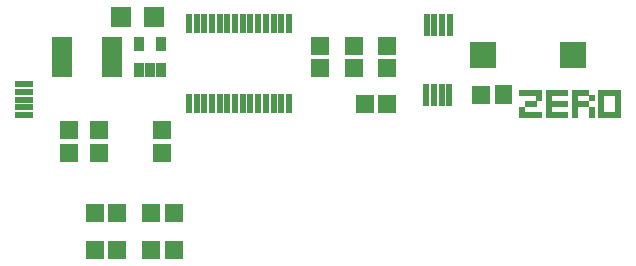
<source format=gbr>
%FSLAX34Y34*%
%MOMM*%
%LNSMDMASK_TOP*%
G71*
G01*
%ADD10R, 1.55X0.60*%
%ADD11R, 0.62X1.52*%
%ADD12R, 0.85X1.26*%
%ADD13R, 1.70X3.40*%
%ADD14R, 0.62X1.98*%
%ADD15R, 1.50X1.60*%
%ADD16R, 1.60X1.50*%
%ADD17R, 2.20X2.20*%
%ADD18R, 0.50X0.50*%
%ADD19R, 1.80X1.80*%
%LPD*%
X67279Y851650D02*
G54D10*
D03*
X67279Y845150D02*
G54D10*
D03*
X67279Y838650D02*
G54D10*
D03*
X67279Y832150D02*
G54D10*
D03*
X67279Y825650D02*
G54D10*
D03*
X291272Y834812D02*
G54D11*
D03*
X284772Y834812D02*
G54D11*
D03*
X278272Y834812D02*
G54D11*
D03*
X271772Y834812D02*
G54D11*
D03*
X265272Y834812D02*
G54D11*
D03*
X258772Y834812D02*
G54D11*
D03*
X252272Y834812D02*
G54D11*
D03*
X245772Y834812D02*
G54D11*
D03*
X239272Y834812D02*
G54D11*
D03*
X232772Y834812D02*
G54D11*
D03*
X226272Y834812D02*
G54D11*
D03*
X219772Y834812D02*
G54D11*
D03*
X213272Y834812D02*
G54D11*
D03*
X206772Y834812D02*
G54D11*
D03*
X291272Y903684D02*
G54D11*
D03*
X284772Y903684D02*
G54D11*
D03*
X278272Y903684D02*
G54D11*
D03*
X271772Y903684D02*
G54D11*
D03*
X265272Y903684D02*
G54D11*
D03*
X258772Y903684D02*
G54D11*
D03*
X252272Y903684D02*
G54D11*
D03*
X245772Y903684D02*
G54D11*
D03*
X239272Y903684D02*
G54D11*
D03*
X232772Y903684D02*
G54D11*
D03*
X226272Y903684D02*
G54D11*
D03*
X219772Y903684D02*
G54D11*
D03*
X213272Y903684D02*
G54D11*
D03*
X206772Y903684D02*
G54D11*
D03*
X291272Y902890D02*
G54D11*
D03*
X284772Y902890D02*
G54D11*
D03*
X278272Y902890D02*
G54D11*
D03*
X271772Y902890D02*
G54D11*
D03*
X265272Y902890D02*
G54D11*
D03*
X258772Y902890D02*
G54D11*
D03*
X252272Y902890D02*
G54D11*
D03*
X245772Y902890D02*
G54D11*
D03*
X239272Y902890D02*
G54D11*
D03*
X232772Y902890D02*
G54D11*
D03*
X226272Y902891D02*
G54D11*
D03*
X219772Y902890D02*
G54D11*
D03*
X213272Y902890D02*
G54D11*
D03*
X206772Y902890D02*
G54D11*
D03*
X291272Y835606D02*
G54D11*
D03*
X284772Y835606D02*
G54D11*
D03*
X278272Y835606D02*
G54D11*
D03*
X271772Y835606D02*
G54D11*
D03*
X265272Y835606D02*
G54D11*
D03*
X258772Y835606D02*
G54D11*
D03*
X252272Y835606D02*
G54D11*
D03*
X245772Y835606D02*
G54D11*
D03*
X239272Y835606D02*
G54D11*
D03*
X232772Y835606D02*
G54D11*
D03*
X226272Y835606D02*
G54D11*
D03*
X219772Y835606D02*
G54D11*
D03*
X213272Y835606D02*
G54D11*
D03*
X206772Y835606D02*
G54D11*
D03*
X291272Y836003D02*
G54D11*
D03*
X284772Y836003D02*
G54D11*
D03*
X278272Y836003D02*
G54D11*
D03*
X271772Y836003D02*
G54D11*
D03*
X265272Y836003D02*
G54D11*
D03*
X258772Y836003D02*
G54D11*
D03*
X252272Y836003D02*
G54D11*
D03*
X245772Y836003D02*
G54D11*
D03*
X239272Y836003D02*
G54D11*
D03*
X232772Y836003D02*
G54D11*
D03*
X226272Y836003D02*
G54D11*
D03*
X219772Y836003D02*
G54D11*
D03*
X213272Y836003D02*
G54D11*
D03*
X206772Y836003D02*
G54D11*
D03*
X291272Y902494D02*
G54D11*
D03*
X284772Y902494D02*
G54D11*
D03*
X278272Y902494D02*
G54D11*
D03*
X271772Y902494D02*
G54D11*
D03*
X265272Y902494D02*
G54D11*
D03*
X258772Y902494D02*
G54D11*
D03*
X252272Y902494D02*
G54D11*
D03*
X245772Y902494D02*
G54D11*
D03*
X239272Y902494D02*
G54D11*
D03*
X232772Y902494D02*
G54D11*
D03*
X226272Y902494D02*
G54D11*
D03*
X219772Y902494D02*
G54D11*
D03*
X213272Y902494D02*
G54D11*
D03*
X206772Y902494D02*
G54D11*
D03*
X164306Y885627D02*
G54D12*
D03*
X183356Y885627D02*
G54D12*
D03*
X164306Y863600D02*
G54D12*
D03*
X173831Y863600D02*
G54D12*
D03*
X183356Y863600D02*
G54D12*
D03*
X141288Y874712D02*
G54D13*
D03*
X99219Y874712D02*
G54D13*
D03*
X407988Y901700D02*
G54D14*
D03*
X414487Y901700D02*
G54D14*
D03*
X407591Y842353D02*
G54D14*
D03*
X414091Y842353D02*
G54D14*
D03*
X420591Y842353D02*
G54D14*
D03*
X427091Y842353D02*
G54D14*
D03*
X420988Y901700D02*
G54D14*
D03*
X427488Y901700D02*
G54D14*
D03*
X193675Y742950D02*
G54D15*
D03*
X174675Y742950D02*
G54D15*
D03*
X193675Y711200D02*
G54D15*
D03*
X174675Y711200D02*
G54D15*
D03*
X146050Y711200D02*
G54D15*
D03*
X127050Y711200D02*
G54D15*
D03*
X146050Y742950D02*
G54D15*
D03*
X127050Y742950D02*
G54D15*
D03*
X317475Y884212D02*
G54D16*
D03*
X317475Y865212D02*
G54D16*
D03*
X346050Y884212D02*
G54D16*
D03*
X346050Y865212D02*
G54D16*
D03*
X374625Y884212D02*
G54D16*
D03*
X374625Y865212D02*
G54D16*
D03*
X454026Y842963D02*
G54D15*
D03*
G36*
X465534Y850954D02*
X480516Y850954D01*
X480517Y834972D01*
X465535Y834972D01*
X465534Y850954D01*
G37*
X532209Y876697D02*
G54D17*
D03*
X456009Y876697D02*
G54D17*
D03*
X184175Y793775D02*
G54D16*
D03*
X184175Y812775D02*
G54D16*
D03*
X130200Y793775D02*
G54D16*
D03*
X130200Y812775D02*
G54D16*
D03*
X104800Y793775D02*
G54D16*
D03*
X104800Y812775D02*
G54D16*
D03*
X488950Y844550D02*
G54D18*
D03*
X498475Y844550D02*
G54D18*
D03*
X503238Y844550D02*
G54D18*
D03*
X503238Y839788D02*
G54D18*
D03*
X498475Y835025D02*
G54D18*
D03*
X488950Y830262D02*
G54D18*
D03*
X488950Y825500D02*
G54D18*
D03*
X498475Y825500D02*
G54D18*
D03*
X503238Y825500D02*
G54D18*
D03*
X511175Y825500D02*
G54D18*
D03*
X511175Y830262D02*
G54D18*
D03*
X511175Y835025D02*
G54D18*
D03*
X511175Y839788D02*
G54D18*
D03*
X511175Y844550D02*
G54D18*
D03*
X515938Y844550D02*
G54D18*
D03*
X520700Y844550D02*
G54D18*
D03*
X515938Y835025D02*
G54D18*
D03*
X520700Y835025D02*
G54D18*
D03*
X515938Y825500D02*
G54D18*
D03*
X520700Y825500D02*
G54D18*
D03*
X533400Y844550D02*
G54D18*
D03*
X533400Y839788D02*
G54D18*
D03*
X533400Y835025D02*
G54D18*
D03*
X533400Y830262D02*
G54D18*
D03*
X533400Y825500D02*
G54D18*
D03*
X538162Y844550D02*
G54D18*
D03*
X538162Y835025D02*
G54D18*
D03*
X547688Y839788D02*
G54D18*
D03*
X547688Y830262D02*
G54D18*
D03*
X547688Y825500D02*
G54D18*
D03*
X555625Y839788D02*
G54D18*
D03*
X555625Y835025D02*
G54D18*
D03*
X555625Y830262D02*
G54D18*
D03*
X560388Y825500D02*
G54D18*
D03*
X565150Y825500D02*
G54D18*
D03*
X569912Y830262D02*
G54D18*
D03*
X569912Y835025D02*
G54D18*
D03*
X569912Y839788D02*
G54D18*
D03*
X560388Y844550D02*
G54D18*
D03*
X565150Y844550D02*
G54D18*
D03*
X149225Y908844D02*
G54D19*
D03*
X177225Y908844D02*
G54D19*
D03*
X555625Y844550D02*
G54D18*
D03*
X569912Y844550D02*
G54D18*
D03*
X569912Y825500D02*
G54D18*
D03*
X555625Y825500D02*
G54D18*
D03*
X493712Y844550D02*
G54D18*
D03*
X493712Y835025D02*
G54D18*
D03*
X493712Y825500D02*
G54D18*
D03*
X525462Y844550D02*
G54D18*
D03*
X525462Y835025D02*
G54D18*
D03*
X525462Y825500D02*
G54D18*
D03*
X542925Y844550D02*
G54D18*
D03*
X542925Y835025D02*
G54D18*
D03*
X355600Y835025D02*
G54D15*
D03*
X374600Y835025D02*
G54D15*
D03*
M02*

</source>
